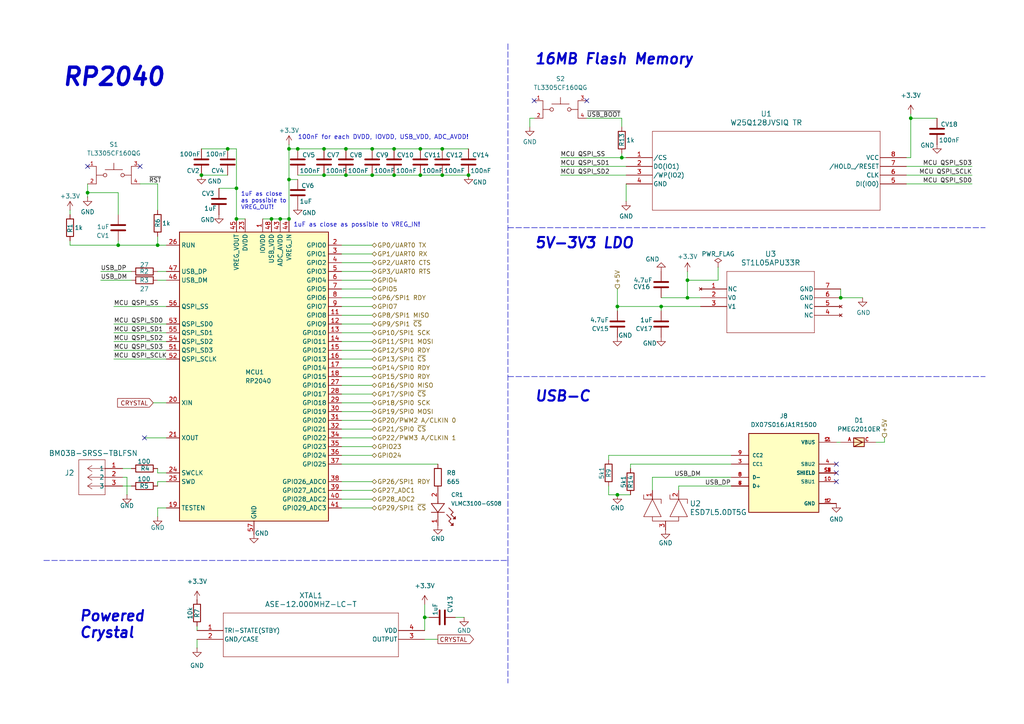
<source format=kicad_sch>
(kicad_sch (version 20231120) (generator "eeschema") (generator_version "8.0")
  (paper "A4")
  (title_block (title "RP2040 Standard") (company "Porto Space Team") (comment 1 "Miguel Amorim"))
  (lib_symbols
    (symbol "16MB_Flash:W25Q128JVSIQ_TR" (pin_names (offset 0.254))
      (property "Reference" "U" (at 40.64 12.7 0))
      (property "Value" "W25Q128JVSIQ TR" (at 40.64 10.16 0))
      (symbol "W25Q128JVSIQ_TR_0_1"
        (pin input line (at 0 0 0) (length 7.62) (name "/CS") (number "1"))
        (pin bidirectional line (at 0 -2.54 0) (length 7.62) (name "DO(IO1)") (number "2"))
        (pin bidirectional line (at 0 -5.08 0) (length 7.62) (name "/WP(IO2)") (number "3"))
        (pin passive line (at 0 -7.62 0) (length 7.62) (name "GND") (number "4"))
        (pin bidirectional line (at 81.28 -7.62 180) (length 7.62) (name "DI(IO0)") (number "5"))
        (pin input line (at 81.28 -5.08 180) (length 7.62) (name "CLK") (number "6"))
        (pin bidirectional line (at 81.28 -2.54 180) (length 7.62) (name "/HOLD_/RESET") (number "7"))
        (pin passive line (at 81.28 0 180) (length 7.62) (name "VCC") (number "8"))
      )
    )
    (symbol "AS12MHz:ASE-12.000MHZ-LC-T" (pin_names (offset 0.254))
      (property "Reference" "XTAL" (at 33.02 10.16 0))
      (property "Value" "ASE-12.000MHZ-LC-T" (at 33.02 7.62 0))
      (symbol "ASE-12.000MHZ-LC-T_0_1"
        (pin passive line (at 0 0 0) (length 7.62) (name "TRI-STATE(STBY)") (number "1"))
        (pin passive line (at 0 -2.54 0) (length 7.62) (name "GND/CASE") (number "2"))
        (pin output line (at 66.04 -2.54 180) (length 7.62) (name "OUTPUT") (number "3"))
        (pin power_in line (at 66.04 0 180) (length 7.62) (name "VDD") (number "4"))
      )
    )
    (symbol "DX07S016JA1R1500:DX07S016JA1R1500" (pin_names (offset 1.016))
      (property "Reference" "J" (at -10.16 11.43 0))
      (property "Value" "DX07S016JA1R1500" (at -10.16 -13.97 0))
      (symbol "DX07S016JA1R1500_0_0"
        (pin power_in line (at 15.24 -10.16 180) (length 5.08) (name "GND") (number "1"))
        (pin passive line (at 15.24 -3.81 180) (length 5.08) (name "SBU1") (number "10"))
        (pin passive line (at 15.24 7.62 180) (length 5.08) (name "VBUS") (number "11"))
        (pin power_in line (at 15.24 -10.16 180) (length 5.08) (name "GND") (number "12"))
        (pin passive line (at 15.24 7.62 180) (length 5.08) (name "VBUS") (number "2"))
        (pin passive line (at -15.24 1.27 0) (length 5.08) (name "CC1") (number "3"))
        (pin passive line (at 15.24 1.27 180) (length 5.08) (name "SBU2") (number "4"))
        (pin passive line (at -15.24 -2.54 0) (length 5.08) (name "D-") (number "5"))
        (pin passive line (at -15.24 -5.08 0) (length 5.08) (name "D+") (number "6"))
        (pin passive line (at -15.24 -5.08 0) (length 5.08) (name "D+") (number "7"))
        (pin passive line (at -15.24 -2.54 0) (length 5.08) (name "D-") (number "8"))
        (pin passive line (at -15.24 3.81 0) (length 5.08) (name "CC2") (number "9"))
        (pin passive line (at 15.24 -1.27 180) (length 5.08) (name "SHIELD") (number "S1"))
        (pin passive line (at 15.24 -1.27 180) (length 5.08) (name "SHIELD") (number "S2"))
        (pin passive line (at 15.24 -1.27 180) (length 5.08) (name "SHIELD") (number "S3"))
        (pin passive line (at 15.24 -1.27 180) (length 5.08) (name "SHIELD") (number "S4"))
        (pin passive line (at 15.24 -1.27 180) (length 5.08) (name "SHIELD") (number "S5"))
        (pin passive line (at 15.24 -1.27 180) (length 5.08) (name "SHIELD") (number "S6"))
      )
    )
    (symbol "Device:C" (pin_numbers hide) (pin_names (offset 0.254))
      (property "Reference" "C" (at 0.635 2.54 0))
      (property "Value" "C" (at 0.635 -2.54 0))
      (symbol "C_1_1"
        (pin passive line (at 0 3.81 270) (length 2.794) (name "~") (number "1"))
        (pin passive line (at 0 -3.81 90) (length 2.794) (name "~") (number "2"))
      )
    )
    (symbol "Device:R" (pin_numbers hide) (pin_names (offset 0))
      (property "Reference" "R" (at 2.032 0 90))
      (property "Value" "R" (at 0 0 90))
      (symbol "R_1_1"
        (pin passive line (at 0 3.81 270) (length 1.27) (name "~") (number "1"))
        (pin passive line (at 0 -3.81 90) (length 1.27) (name "~") (number "2"))
      )
    )
    (symbol "ESD7L5_Diode:ESD7L5.0DT5G" (pin_names (offset 0.254))
      (property "Reference" "U" (at 6.35 15.24 0))
      (property "Value" "ESD7L5.0DT5G" (at 6.35 12.7 0))
      (symbol "ESD7L5.0DT5G_1_1"
        (pin passive line (at 2.54 11.43 270) (length 2.54) (name "") (number "1"))
        (pin passive line (at 10.16 11.43 270) (length 2.54) (name "") (number "2"))
        (pin passive line (at 6.35 0 90) (length 2.54) (name "") (number "3"))
      )
    )
    (symbol "GreenLED__VLMC3100-GS08:VLMC3100-GS08" (pin_names (offset 0.254))
      (property "Reference" "CR" (at 5.08 -4.445 0))
      (property "Value" "VLMC3100-GS08" (at 5.08 -7.62 0))
      (symbol "VLMC3100-GS08_1_1"
        (pin passive line (at 10.16 0 180) (length 2.54) (name "") (number "1"))
        (pin passive line (at 0 0 0) (length 2.54) (name "") (number "2"))
      )
      (symbol "VLMC3100-GS08_1_2"
        (pin passive line (at 0 10.16 270) (length 2.54) (name "") (number "1"))
        (pin passive line (at 0 0 90) (length 2.54) (name "") (number "2"))
      )
    )
    (symbol "LDO_ST1L05A:ST1L05APU33R" (pin_names (offset 0.254))
      (property "Reference" "U" (at 20.32 10.16 0))
      (property "Value" "ST1L05APU33R" (at 20.32 7.62 0))
      (symbol "ST1L05APU33R_0_1"
        (pin no_connect line (at 0 0 0) (length 7.62) (name "NC") (number "1"))
        (pin passive line (at 0 -2.54 0) (length 7.62) (name "V0") (number "2"))
        (pin passive line (at 0 -5.08 0) (length 7.62) (name "V1") (number "3"))
        (pin no_connect line (at 40.64 -7.62 180) (length 7.62) (name "NC") (number "4"))
        (pin no_connect line (at 40.64 -5.08 180) (length 7.62) (name "NC") (number "5"))
        (pin passive line (at 40.64 -2.54 180) (length 7.62) (name "GND") (number "6"))
        (pin passive line (at 40.64 0 180) (length 7.62) (name "GND") (number "7"))
      )
    )
    (symbol "MCU_RaspberryPi:RP2040"
      (property "Reference" "U" (at 17.78 45.72 0))
      (property "Value" "RP2040" (at 17.78 43.18 0))
      (symbol "RP2040_1_1"
        (pin power_in line (at 2.54 45.72 270) (length 3.81) (name "IOVDD") (number "1"))
        (pin passive line (at 2.54 45.72 270) (length 3.81) hide (name "IOVDD") (number "10"))
        (pin bidirectional line (at 25.4 17.78 180) (length 3.81) (name "GPIO8") (number "11"))
        (pin bidirectional line (at 25.4 15.24 180) (length 3.81) (name "GPIO9") (number "12"))
        (pin bidirectional line (at 25.4 12.7 180) (length 3.81) (name "GPIO10") (number "13"))
        (pin bidirectional line (at 25.4 10.16 180) (length 3.81) (name "GPIO11") (number "14"))
        (pin bidirectional line (at 25.4 7.62 180) (length 3.81) (name "GPIO12") (number "15"))
        (pin bidirectional line (at 25.4 5.08 180) (length 3.81) (name "GPIO13") (number "16"))
        (pin bidirectional line (at 25.4 2.54 180) (length 3.81) (name "GPIO14") (number "17"))
        (pin bidirectional line (at 25.4 0 180) (length 3.81) (name "GPIO15") (number "18"))
        (pin input line (at -25.4 -38.1 0) (length 3.81) (name "TESTEN") (number "19"))
        (pin bidirectional line (at 25.4 38.1 180) (length 3.81) (name "GPIO0") (number "2"))
        (pin input line (at -25.4 -7.62 0) (length 3.81) (name "XIN") (number "20"))
        (pin passive line (at -25.4 -17.78 0) (length 3.81) (name "XOUT") (number "21"))
        (pin passive line (at 2.54 45.72 270) (length 3.81) hide (name "IOVDD") (number "22"))
        (pin power_in line (at -2.54 45.72 270) (length 3.81) (name "DVDD") (number "23"))
        (pin input line (at -25.4 -27.94 0) (length 3.81) (name "SWCLK") (number "24"))
        (pin bidirectional line (at -25.4 -30.48 0) (length 3.81) (name "SWD") (number "25"))
        (pin input line (at -25.4 38.1 0) (length 3.81) (name "RUN") (number "26"))
        (pin bidirectional line (at 25.4 -2.54 180) (length 3.81) (name "GPIO16") (number "27"))
        (pin bidirectional line (at 25.4 -5.08 180) (length 3.81) (name "GPIO17") (number "28"))
        (pin bidirectional line (at 25.4 -7.62 180) (length 3.81) (name "GPIO18") (number "29"))
        (pin bidirectional line (at 25.4 35.56 180) (length 3.81) (name "GPIO1") (number "3"))
        (pin bidirectional line (at 25.4 -10.16 180) (length 3.81) (name "GPIO19") (number "30"))
        (pin bidirectional line (at 25.4 -12.7 180) (length 3.81) (name "GPIO20") (number "31"))
        (pin bidirectional line (at 25.4 -15.24 180) (length 3.81) (name "GPIO21") (number "32"))
        (pin passive line (at 2.54 45.72 270) (length 3.81) hide (name "IOVDD") (number "33"))
        (pin bidirectional line (at 25.4 -17.78 180) (length 3.81) (name "GPIO22") (number "34"))
        (pin bidirectional line (at 25.4 -20.32 180) (length 3.81) (name "GPIO23") (number "35"))
        (pin bidirectional line (at 25.4 -22.86 180) (length 3.81) (name "GPIO24") (number "36"))
        (pin bidirectional line (at 25.4 -25.4 180) (length 3.81) (name "GPIO25") (number "37"))
        (pin bidirectional line (at 25.4 -30.48 180) (length 3.81) (name "GPIO26_ADC0") (number "38"))
        (pin bidirectional line (at 25.4 -33.02 180) (length 3.81) (name "GPIO27_ADC1") (number "39"))
        (pin bidirectional line (at 25.4 33.02 180) (length 3.81) (name "GPIO2") (number "4"))
        (pin bidirectional line (at 25.4 -35.56 180) (length 3.81) (name "GPIO28_ADC2") (number "40"))
        (pin bidirectional line (at 25.4 -38.1 180) (length 3.81) (name "GPIO29_ADC3") (number "41"))
        (pin passive line (at 2.54 45.72 270) (length 3.81) hide (name "IOVDD") (number "42"))
        (pin power_in line (at 7.62 45.72 270) (length 3.81) (name "ADC_AVDD") (number "43"))
        (pin power_in line (at 10.16 45.72 270) (length 3.81) (name "VREG_IN") (number "44"))
        (pin power_out line (at -5.08 45.72 270) (length 3.81) (name "VREG_VOUT") (number "45"))
        (pin bidirectional line (at -25.4 27.94 0) (length 3.81) (name "USB_DM") (number "46"))
        (pin bidirectional line (at -25.4 30.48 0) (length 3.81) (name "USB_DP") (number "47"))
        (pin power_in line (at 5.08 45.72 270) (length 3.81) (name "USB_VDD") (number "48"))
        (pin passive line (at 2.54 45.72 270) (length 3.81) hide (name "IOVDD") (number "49"))
        (pin bidirectional line (at 25.4 30.48 180) (length 3.81) (name "GPIO3") (number "5"))
        (pin passive line (at -2.54 45.72 270) (length 3.81) hide (name "DVDD") (number "50"))
        (pin bidirectional line (at -25.4 7.62 0) (length 3.81) (name "QSPI_SD3") (number "51"))
        (pin output line (at -25.4 5.08 0) (length 3.81) (name "QSPI_SCLK") (number "52"))
        (pin bidirectional line (at -25.4 15.24 0) (length 3.81) (name "QSPI_SD0") (number "53"))
        (pin bidirectional line (at -25.4 10.16 0) (length 3.81) (name "QSPI_SD2") (number "54"))
        (pin bidirectional line (at -25.4 12.7 0) (length 3.81) (name "QSPI_SD1") (number "55"))
        (pin bidirectional line (at -25.4 20.32 0) (length 3.81) (name "QSPI_SS") (number "56"))
        (pin power_in line (at 0 -45.72 90) (length 3.81) (name "GND") (number "57"))
        (pin bidirectional line (at 25.4 27.94 180) (length 3.81) (name "GPIO4") (number "6"))
        (pin bidirectional line (at 25.4 25.4 180) (length 3.81) (name "GPIO5") (number "7"))
        (pin bidirectional line (at 25.4 22.86 180) (length 3.81) (name "GPIO6") (number "8"))
        (pin bidirectional line (at 25.4 20.32 180) (length 3.81) (name "GPIO7") (number "9"))
      )
    )
    (symbol "PMEG2010ER:PMEG2010ER" (pin_names (offset 1.016))
      (property "Reference" "D" (at -3.8116 1.7534 0))
      (property "Value" "PMEG2010ER" (at -3.816 -3.5871 0))
      (symbol "PMEG2010ER_0_0"
        (pin passive line (at -5.08 0 0) (length 5.08) (name "~") (number "A"))
        (pin passive line (at 5.08 0 180) (length 5.08) (name "~") (number "C"))
      )
    )
    (symbol "SWD_Con:BM03B-SRSS-TBLFSN" (pin_names (offset 0.254))
      (property "Reference" "J" (at 8.89 6.35 0))
      (property "Value" "BM03B-SRSS-TBLFSN" (at 0 0 0))
      (symbol "BM03B-SRSS-TBLFSN_1_1"
        (pin passive line (at 0 0 0) (length 5.08) (name "1") (number "1"))
        (pin passive line (at 0 -2.54 0) (length 5.08) (name "2") (number "2"))
        (pin passive line (at 0 -5.08 0) (length 5.08) (name "3") (number "3"))
      )
      (symbol "BM03B-SRSS-TBLFSN_1_2"
        (pin passive line (at 0 0 0) (length 5.08) (name "1") (number "1"))
        (pin passive line (at 0 -2.54 0) (length 5.08) (name "2") (number "2"))
        (pin passive line (at 0 -5.08 0) (length 5.08) (name "3") (number "3"))
      )
    )
    (symbol "TL3305CF160QG:TL3305CF160QG" (pin_names (offset 1.016))
      (property "Reference" "S" (at -5.08 5.08 0))
      (property "Value" "TL3305CF160QG" (at -5.08 -5.08 0))
      (symbol "TL3305CF160QG_0_0"
        (pin passive line (at -7.62 2.54 0) (length 2.54) (name "~") (number "1"))
        (pin passive line (at -7.62 -2.54 0) (length 2.54) (name "~") (number "2"))
        (pin passive line (at 7.62 2.54 180) (length 2.54) (name "~") (number "3"))
        (pin passive line (at 7.62 -2.54 180) (length 2.54) (name "~") (number "4"))
      )
    )
    (symbol "power:+3.3V" (power) (pin_numbers hide) (pin_names (offset 0) hide)
      (property "Value" "+3.3V" (at 0 3.556 0))
      (symbol "+3.3V_1_1"
        (pin power_in line (at 0 0 90) (length 0) (name "~") (number "1"))
      )
    )
    (symbol "power:GND" (power) (pin_numbers hide) (pin_names (offset 0) hide)
      (property "Value" "GND" (at 0 -3.81 0))
      (symbol "GND_1_1"
        (pin power_in line (at 0 0 270) (length 0) (name "~") (number "1"))
      )
    )
    (symbol "power:PWR_FLAG" (power) (pin_numbers hide) (pin_names (offset 0) hide)
      (property "Value" "PWR_FLAG" (at 0 3.81 0))
      (symbol "PWR_FLAG_0_0"
        (pin power_out line (at 0 0 90) (length 0) (name "~") (number "1"))
      )
    )
  )
  (junction (at 34.29 71.12))
  (junction (at 107.95 50.8))
  (junction (at 123.19 179.07))
  (junction (at 78.74 63.5))
  (junction (at 114.3 50.8))
  (junction (at 135.89 50.8))
  (junction (at 100.33 43.18))
  (junction (at 58.42 50.8))
  (junction (at 81.28 63.5))
  (junction (at 107.95 43.18))
  (junction (at 93.98 50.8))
  (junction (at 93.98 43.18))
  (junction (at 66.04 43.18))
  (junction (at 121.92 43.18))
  (junction (at 128.27 50.8))
  (junction (at 243.84 86.36))
  (junction (at 121.92 50.8))
  (junction (at 180.34 45.72))
  (junction (at 100.33 50.8))
  (junction (at 264.16 34.29))
  (junction (at 83.82 43.18))
  (junction (at 199.39 86.36))
  (junction (at 83.82 63.5))
  (junction (at 191.77 88.9))
  (junction (at 179.07 143.51))
  (junction (at 199.39 81.28))
  (junction (at 68.58 54.61))
  (junction (at 128.27 43.18))
  (junction (at 68.58 63.5))
  (junction (at 45.72 71.12))
  (junction (at 86.36 43.18))
  (junction (at 179.07 88.9))
  (junction (at 114.3 43.18))
  (junction (at 25.4 55.88))
  (junction (at 83.82 52.07))
  (no_connect (at 242.57 137.16))
  (no_connect (at 242.57 139.7))
  (no_connect (at 25.4 48.26))
  (no_connect (at 41.91 127))
  (no_connect (at 242.57 134.62))
  (no_connect (at 154.94 29.21))
  (no_connect (at 170.18 29.21))
  (no_connect (at 40.64 48.26))
  (wire (pts (xy 99.06 119.38) (xy 107.95 119.38)))
  (wire (pts (xy 93.98 43.18) (xy 86.36 43.18)))
  (wire (pts (xy 242.57 128.27) (xy 243.84 128.27)))
  (wire (pts (xy 33.02 88.9) (xy 48.26 88.9)))
  (wire (pts (xy 99.06 121.92) (xy 107.95 121.92)))
  (wire (pts (xy 83.82 52.07) (xy 83.82 63.5)))
  (wire (pts (xy 33.02 93.98) (xy 48.26 93.98)))
  (polyline (pts (xy 147.32 12.7) (xy 147.32 162.56)) (stroke (width 0) (type dash)))
  (wire (pts (xy 45.72 139.7) (xy 48.26 139.7)))
  (wire (pts (xy 99.06 139.7) (xy 107.95 139.7)))
  (wire (pts (xy 107.95 50.8) (xy 114.3 50.8)))
  (wire (pts (xy 68.58 54.61) (xy 68.58 43.18)))
  (wire (pts (xy 181.61 48.26) (xy 162.56 48.26)))
  (wire (pts (xy 45.72 68.58) (xy 45.72 71.12)))
  (wire (pts (xy 180.34 36.83) (xy 180.34 34.29)))
  (wire (pts (xy 123.19 179.07) (xy 124.46 179.07)))
  (wire (pts (xy 99.06 106.68) (xy 107.95 106.68)))
  (wire (pts (xy 29.21 81.28) (xy 38.1 81.28)))
  (wire (pts (xy 78.74 63.5) (xy 81.28 63.5)))
  (wire (pts (xy 36.83 138.43) (xy 36.83 143.51)))
  (wire (pts (xy 83.82 52.07) (xy 86.36 52.07)))
  (wire (pts (xy 121.92 43.18) (xy 114.3 43.18)))
  (wire (pts (xy 264.16 34.29) (xy 271.78 34.29)))
  (wire (pts (xy 99.06 127) (xy 107.95 127)))
  (wire (pts (xy 179.07 143.51) (xy 176.53 143.51)))
  (wire (pts (xy 34.29 55.88) (xy 34.29 62.23)))
  (wire (pts (xy 153.67 34.29) (xy 153.67 36.83)))
  (polyline (pts (xy 12.7 162.56) (xy 147.32 162.56)) (stroke (width 0) (type dash)))
  (wire (pts (xy 189.23 138.43) (xy 212.09 138.43)))
  (wire (pts (xy 182.88 143.51) (xy 179.07 143.51)))
  (wire (pts (xy 83.82 43.18) (xy 83.82 52.07)))
  (wire (pts (xy 25.4 55.88) (xy 25.4 57.15)))
  (wire (pts (xy 199.39 81.28) (xy 199.39 86.36)))
  (wire (pts (xy 99.06 88.9) (xy 107.95 88.9)))
  (wire (pts (xy 256.54 128.27) (xy 254 128.27)))
  (wire (pts (xy 100.33 50.8) (xy 107.95 50.8)))
  (wire (pts (xy 176.53 132.08) (xy 212.09 132.08)))
  (wire (pts (xy 99.06 109.22) (xy 107.95 109.22)))
  (wire (pts (xy 208.28 81.28) (xy 208.28 77.47)))
  (wire (pts (xy 99.06 73.66) (xy 107.95 73.66)))
  (wire (pts (xy 99.06 78.74) (xy 107.95 78.74)))
  (wire (pts (xy 264.16 45.72) (xy 264.16 34.29)))
  (wire (pts (xy 57.15 181.61) (xy 57.15 182.88)))
  (wire (pts (xy 34.29 71.12) (xy 34.29 69.85)))
  (wire (pts (xy 35.56 138.43) (xy 36.83 138.43)))
  (wire (pts (xy 20.32 71.12) (xy 20.32 69.85)))
  (wire (pts (xy 199.39 81.28) (xy 208.28 81.28)))
  (wire (pts (xy 123.19 179.07) (xy 123.19 182.88)))
  (wire (pts (xy 58.42 50.8) (xy 66.04 50.8)))
  (wire (pts (xy 35.56 140.97) (xy 38.1 140.97)))
  (wire (pts (xy 99.06 99.06) (xy 107.95 99.06)))
  (wire (pts (xy 35.56 135.89) (xy 38.1 135.89)))
  (wire (pts (xy 99.06 76.2) (xy 107.95 76.2)))
  (wire (pts (xy 99.06 71.12) (xy 107.95 71.12)))
  (wire (pts (xy 99.06 132.08) (xy 107.95 132.08)))
  (wire (pts (xy 181.61 50.8) (xy 162.56 50.8)))
  (wire (pts (xy 128.27 43.18) (xy 135.89 43.18)))
  (wire (pts (xy 99.06 101.6) (xy 107.95 101.6)))
  (wire (pts (xy 243.84 83.82) (xy 243.84 86.36)))
  (wire (pts (xy 196.85 140.97) (xy 212.09 140.97)))
  (wire (pts (xy 191.77 88.9) (xy 203.2 88.9)))
  (wire (pts (xy 99.06 116.84) (xy 107.95 116.84)))
  (wire (pts (xy 199.39 78.74) (xy 199.39 81.28)))
  (wire (pts (xy 58.42 43.18) (xy 66.04 43.18)))
  (wire (pts (xy 180.34 45.72) (xy 181.61 45.72)))
  (wire (pts (xy 68.58 54.61) (xy 68.58 63.5)))
  (wire (pts (xy 189.23 138.43) (xy 189.23 142.24)))
  (wire (pts (xy 20.32 60.96) (xy 20.32 62.23)))
  (wire (pts (xy 256.54 127) (xy 256.54 128.27)))
  (wire (pts (xy 262.89 45.72) (xy 264.16 45.72)))
  (wire (pts (xy 45.72 147.32) (xy 48.26 147.32)))
  (wire (pts (xy 180.34 44.45) (xy 180.34 45.72)))
  (wire (pts (xy 199.39 86.36) (xy 203.2 86.36)))
  (wire (pts (xy 154.94 34.29) (xy 153.67 34.29)))
  (wire (pts (xy 29.21 78.74) (xy 38.1 78.74)))
  (wire (pts (xy 93.98 50.8) (xy 100.33 50.8)))
  (wire (pts (xy 182.88 134.62) (xy 182.88 135.89)))
  (wire (pts (xy 114.3 43.18) (xy 107.95 43.18)))
  (wire (pts (xy 44.45 116.84) (xy 48.26 116.84)))
  (wire (pts (xy 196.85 140.97) (xy 196.85 142.24)))
  (wire (pts (xy 262.89 53.34) (xy 281.94 53.34)))
  (wire (pts (xy 99.06 104.14) (xy 107.95 104.14)))
  (wire (pts (xy 45.72 81.28) (xy 48.26 81.28)))
  (wire (pts (xy 83.82 41.91) (xy 83.82 43.18)))
  (polyline (pts (xy 147.32 162.56) (xy 147.32 198.12)) (stroke (width 0) (type dash)))
  (wire (pts (xy 99.06 114.3) (xy 107.95 114.3)))
  (wire (pts (xy 176.53 143.51) (xy 176.53 140.97)))
  (wire (pts (xy 180.34 34.29) (xy 170.18 34.29)))
  (wire (pts (xy 45.72 140.97) (xy 45.72 139.7)))
  (wire (pts (xy 99.06 91.44) (xy 107.95 91.44)))
  (wire (pts (xy 121.92 50.8) (xy 128.27 50.8)))
  (wire (pts (xy 179.07 88.9) (xy 179.07 90.17)))
  (wire (pts (xy 45.72 137.16) (xy 45.72 135.89)))
  (wire (pts (xy 191.77 86.36) (xy 199.39 86.36)))
  (wire (pts (xy 176.53 133.35) (xy 176.53 132.08)))
  (wire (pts (xy 99.06 124.46) (xy 107.95 124.46)))
  (wire (pts (xy 45.72 149.86) (xy 45.72 147.32)))
  (wire (pts (xy 41.91 127) (xy 48.26 127)))
  (wire (pts (xy 33.02 104.14) (xy 48.26 104.14)))
  (wire (pts (xy 99.06 93.98) (xy 107.95 93.98)))
  (wire (pts (xy 181.61 53.34) (xy 181.61 58.42)))
  (wire (pts (xy 45.72 78.74) (xy 48.26 78.74)))
  (wire (pts (xy 99.06 142.24) (xy 107.95 142.24)))
  (wire (pts (xy 63.5 54.61) (xy 68.58 54.61)))
  (wire (pts (xy 99.06 96.52) (xy 107.95 96.52)))
  (wire (pts (xy 33.02 96.52) (xy 48.26 96.52)))
  (wire (pts (xy 107.95 43.18) (xy 100.33 43.18)))
  (wire (pts (xy 86.36 50.8) (xy 93.98 50.8)))
  (wire (pts (xy 99.06 111.76) (xy 107.95 111.76)))
  (wire (pts (xy 264.16 34.29) (xy 264.16 33.02)))
  (polyline (pts (xy 147.32 109.22) (xy 285.75 109.22)) (stroke (width 0) (type dash)))
  (wire (pts (xy 34.29 71.12) (xy 45.72 71.12)))
  (wire (pts (xy 262.89 50.8) (xy 281.94 50.8)))
  (wire (pts (xy 99.06 144.78) (xy 107.95 144.78)))
  (wire (pts (xy 132.08 179.07) (xy 134.62 179.07)))
  (wire (pts (xy 45.72 137.16) (xy 48.26 137.16)))
  (wire (pts (xy 45.72 53.34) (xy 45.72 60.96)))
  (wire (pts (xy 81.28 63.5) (xy 83.82 63.5)))
  (wire (pts (xy 128.27 43.18) (xy 121.92 43.18)))
  (wire (pts (xy 179.07 88.9) (xy 191.77 88.9)))
  (wire (pts (xy 33.02 101.6) (xy 48.26 101.6)))
  (wire (pts (xy 191.77 90.17) (xy 191.77 88.9)))
  (wire (pts (xy 162.56 45.72) (xy 180.34 45.72)))
  (wire (pts (xy 99.06 81.28) (xy 107.95 81.28)))
  (wire (pts (xy 45.72 71.12) (xy 48.26 71.12)))
  (wire (pts (xy 86.36 43.18) (xy 83.82 43.18)))
  (polyline (pts (xy 147.32 66.04) (xy 285.75 66.04)) (stroke (width 0) (type dash)))
  (wire (pts (xy 123.19 185.42) (xy 127 185.42)))
  (wire (pts (xy 262.89 48.26) (xy 281.94 48.26)))
  (wire (pts (xy 25.4 53.34) (xy 25.4 55.88)))
  (wire (pts (xy 99.06 86.36) (xy 107.95 86.36)))
  (wire (pts (xy 40.64 53.34) (xy 45.72 53.34)))
  (wire (pts (xy 99.06 134.62) (xy 127 134.62)))
  (wire (pts (xy 100.33 43.18) (xy 93.98 43.18)))
  (wire (pts (xy 212.09 134.62) (xy 182.88 134.62)))
  (wire (pts (xy 99.06 129.54) (xy 107.95 129.54)))
  (wire (pts (xy 99.06 147.32) (xy 107.95 147.32)))
  (wire (pts (xy 57.15 185.42) (xy 57.15 187.96)))
  (wire (pts (xy 243.84 86.36) (xy 250.19 86.36)))
  (wire (pts (xy 34.29 71.12) (xy 20.32 71.12)))
  (wire (pts (xy 99.06 83.82) (xy 107.95 83.82)))
  (wire (pts (xy 68.58 63.5) (xy 71.12 63.5)))
  (wire (pts (xy 114.3 50.8) (xy 121.92 50.8)))
  (wire (pts (xy 34.29 55.88) (xy 25.4 55.88)))
  (wire (pts (xy 33.02 99.06) (xy 48.26 99.06)))
  (wire (pts (xy 76.2 63.5) (xy 78.74 63.5)))
  (wire (pts (xy 128.27 50.8) (xy 135.89 50.8)))
  (wire (pts (xy 179.07 83.82) (xy 179.07 88.9)))
  (wire (pts (xy 123.19 175.26) (xy 123.19 179.07)))
  (wire (pts (xy 68.58 43.18) (xy 66.04 43.18)))
  (text "1uF as close \nas possible to \nVREG_OUT!" (at 69.85 60.96 0) (effects (font (size 1.2 1.2)) (justify left bottom)))
  (text "Powered\nCrystal" (at 22.86 185.42 0) (effects (font (size 3 3) (bold yes) (italic yes)) (justify left bottom)))
  (text "RP2040" (at 17.78 25.4 0) (effects (font (size 5 5) (thickness 1) (bold yes) (italic yes)) (justify left bottom)))
  (text "5V-3V3 LDO" (at 154.94 72.39 0) (effects (font (size 3 3) (bold yes) (italic yes)) (justify left bottom)))
  (text "16MB Flash Memory" (at 154.94 19.05 0) (effects (font (size 3 3) (bold yes) (italic yes)) (justify left bottom)))
  (text "1uF as close as possible to VREG_IN!" (at 85.09 66.04 0) (effects (font (size 1.27 1.27)) (justify left bottom)))
  (text "USB-C" (at 154.94 116.84 0) (effects (font (size 3 3) (bold yes) (italic yes)) (justify left bottom)))
  (text "100nF for each DVDD, IOVDD, USB_VDD, ADC_AVDD!" (at 86.36 40.64 0) (effects (font (size 1.27 1.27)) (justify left bottom)))
  (label "MCU QSPI_SD0" (at 281.94 53.34 180))
  (label "MCU QSPI_SD1" (at 162.56 48.26 0))
  (label "USB_DM" (at 195.58 138.43 0))
  (label "MCU QSPI_SS" (at 162.56 45.72 0))
  (label "MCU QSPI_SD2" (at 162.56 50.8 0))
  (label "MCU QSPI_SS" (at 33.02 88.9 0))
  (label "~{USB_BOOT}" (at 170.18 34.29 0))
  (label "MCU QSPI_SD3" (at 33.02 101.6 0))
  (label "MCU QSPI_SD3" (at 281.94 48.26 180))
  (label "USB_DP" (at 29.21 78.74 0))
  (label "USB_DP" (at 204.47 140.97 0))
  (label "MCU QSPI_SCLK" (at 33.02 104.14 0))
  (label "~{RST}" (at 43.18 53.34 0))
  (label "MCU QSPI_SD1" (at 33.02 96.52 0))
  (label "MCU QSPI_SD2" (at 33.02 99.06 0))
  (label "MCU QSPI_SD0" (at 33.02 93.98 0))
  (label "MCU QSPI_SCLK" (at 281.94 50.8 180))
  (label "USB_DM" (at 29.21 81.28 0))
  (global_label "CRYSTAL" (shape output) (at 127 185.42 0) (property "Intersheetrefs" "${INTERSHEET_REFS}" (effects (hide yes))))
  (global_label "CRYSTAL" (shape input) (at 44.45 116.84 180) (property "Intersheetrefs" "${INTERSHEET_REFS}" (effects (hide yes))))
  (hierarchical_label "GP10{slash}SPI1 SCK" (shape bidirectional) (at 107.95 96.52 0))
  (hierarchical_label "GP28_ADC2" (shape bidirectional) (at 107.95 144.78 0))
  (hierarchical_label "GP14{slash}SPI0 RDY" (shape bidirectional) (at 107.95 106.68 0))
  (hierarchical_label "GP3{slash}UART0 RTS" (shape bidirectional) (at 107.95 78.74 0))
  (hierarchical_label "GP18{slash}SPI0 SCK" (shape bidirectional) (at 107.95 116.84 0))
  (hierarchical_label "GP29{slash}SPI1 ~{CS}" (shape bidirectional) (at 107.95 147.32 0))
  (hierarchical_label "GP1{slash}UART0 RX" (shape bidirectional) (at 107.95 73.66 0))
  (hierarchical_label "GP21{slash}SPI0 ~{CS}" (shape bidirectional) (at 107.95 124.46 0))
  (hierarchical_label "GP15{slash}SPI0 RDY" (shape bidirectional) (at 107.95 109.22 0))
  (hierarchical_label "GP22{slash}PWM3 A{slash}CLKIN 1" (shape bidirectional) (at 107.95 127 0))
  (hierarchical_label "GP19{slash}SPI0 MOSI" (shape bidirectional) (at 107.95 119.38 0))
  (hierarchical_label "GP17{slash}SPI0 ~{CS}" (shape bidirectional) (at 107.95 114.3 0))
  (hierarchical_label "+5V" (shape input) (at 179.07 83.82 90))
  (hierarchical_label "GPIO4" (shape bidirectional) (at 107.95 81.28 0))
  (hierarchical_label "GPIO5" (shape bidirectional) (at 107.95 83.82 0))
  (hierarchical_label "+5V" (shape input) (at 256.54 127 90))
  (hierarchical_label "GPIO7" (shape bidirectional) (at 107.95 88.9 0))
  (hierarchical_label "GP6{slash}SPI1 RDY" (shape bidirectional) (at 107.95 86.36 0))
  (hierarchical_label "GP20{slash}PWM2 A{slash}CLKIN 0" (shape bidirectional) (at 107.95 121.92 0))
  (hierarchical_label "GP9{slash}SPI1 ~{CS}" (shape bidirectional) (at 107.95 93.98 0))
  (hierarchical_label "GP26{slash}SPI1 RDY" (shape bidirectional) (at 107.95 139.7 0))
  (hierarchical_label "GP2{slash}UART0 CTS" (shape bidirectional) (at 107.95 76.2 0))
  (hierarchical_label "GP8{slash}SPI1 MISO" (shape bidirectional) (at 107.95 91.44 0))
  (hierarchical_label "GP0{slash}UART0 TX" (shape bidirectional) (at 107.95 71.12 0))
  (hierarchical_label "GP13{slash}SPI1 ~{CS}" (shape bidirectional) (at 107.95 104.14 0))
  (hierarchical_label "GP11{slash}SPI1 MOSI" (shape bidirectional) (at 107.95 99.06 0))
  (hierarchical_label "GPIO23" (shape bidirectional) (at 107.95 129.54 0))
  (hierarchical_label "GP12{slash}SPI0 RDY" (shape bidirectional) (at 107.95 101.6 0))
  (hierarchical_label "GP27_ADC1" (shape bidirectional) (at 107.95 142.24 0))
  (hierarchical_label "GPIO24" (shape bidirectional) (at 107.95 132.08 0))
  (hierarchical_label "GP16{slash}SPI0 MISO" (shape bidirectional) (at 107.95 111.76 0))
  (symbol (lib_id "AS12MHz:ASE-12.000MHZ-LC-T") (at 57.15 182.88 0) (unit 1)
    (property "Reference" "XTAL1" (at 90.17 172.72 0) (effects (font (size 1.524 1.524))))
    (property "Value" "ASE-12.000MHZ-LC-T" (at 90.17 175.26 0) (effects (font (size 1.524 1.524))))
    (property "Footprint" "AS12MHz:ASE-3.2X2.5_ABR" (effects (hide yes)))
    (property "Datasheet" "ASE-12.000MHZ-LC-T" (effects (hide yes)))
  )
  (symbol (lib_id "power:GND") (at 191.77 78.74 0) (mirror x) (unit 1)
    (property "Reference" "#PWR022" (effects (hide yes)))
    (property "Value" "GND" (at 189.23 75.184 0))
    (property "Description" "Power symbol creates a global label with name \"GND\" , ground" (effects (hide yes)))
  )
  (symbol (lib_id "ESD7L5_Diode:ESD7L5.0DT5G") (at 186.69 153.67 0) (unit 1)
    (property "Reference" "U2" (at 200.025 146.0499 0) (effects (font (size 1.524 1.524)) (justify left)))
    (property "Value" "ESD7L5.0DT5G" (at 200.025 148.5899 0) (effects (font (size 1.524 1.524)) (justify left)))
    (property "Footprint" "ESD7L5-Diode:SOT-723_0P85X1P25_ONS" (effects (hide yes)))
    (property "Datasheet" "ESD7L5.0DT5G" (effects (hide yes)))
  )
  (symbol (lib_id "SWD_Con:BM03B-SRSS-TBLFSN") (at 35.56 135.89 0) (mirror y) (unit 1)
    (property "Reference" "J2" (at 21.59 137.1599 0) (effects (font (size 1.524 1.524)) (justify left)))
    (property "Value" "BM03B-SRSS-TBLFSN" (at 40.005 131.445 0) (effects (font (size 1.524 1.524)) (justify left)))
    (property "Footprint" "SWD_Con:CONN_BM03B-SRSS-TBLFSN_JST" (effects (hide yes)))
    (property "Datasheet" "BM03B-SRSS-TBLFSN" (effects (hide yes)))
  )
  (symbol (lib_id "Device:R") (at 180.34 40.64 0) (unit 1)
    (property "Reference" "R13" (at 180.34 42.545 90) (effects (justify left)))
    (property "Value" "1k" (at 181.61 40.64 0) (effects (justify left)))
    (property "Footprint" "Resistor-0402:RES_0402" (effects (hide yes)))
    (property "Description" "Resistor" (effects (hide yes)))
  )
  (symbol (lib_id "Device:R") (at 41.91 135.89 90) (mirror x) (unit 1)
    (property "Reference" "R4" (at 43.434 135.89 90) (effects (justify left)))
    (property "Value" "100" (at 43.688 133.858 90) (effects (justify left)))
    (property "Footprint" "Resistor-0402:RES_0402" (effects (hide yes)))
    (property "Description" "Resistor" (effects (hide yes)))
  )
  (symbol (lib_id "TL3305CF160QG:TL3305CF160QG") (at 33.02 50.8 0) (unit 1)
    (property "Reference" "S1" (at 33.02 41.91 0))
    (property "Value" "TL3305CF160QG" (at 33.02 44.45 0))
    (property "Footprint" "E-Switch_7mm:SW_TL3305CF160QG" (effects (hide yes)))
    (property "MF" "E-Switch" (effects (hide yes)))
    (property "MAXIMUM_PACKAGE_HEIGHT" "5 mm" (effects (hide yes)))
    (property "Package" "None" (effects (hide yes)))
    (property "Price" "None" (effects (hide yes)))
    (property "Check_prices" "https://www.snapeda.com/parts/TL3305CF160QG/E-Switch/view-part/?ref=eda" (effects (hide yes)))
    (property "STANDARD" "Manufacturer Recommendations" (effects (hide yes)))
    (property "PARTREV" "C" (effects (hide yes)))
    (property "SnapEDA_Link" "https://www.snapeda.com/parts/TL3305CF160QG/E-Switch/view-part/?ref=snap" (effects (hide yes)))
    (property "MP" "TL3305CF160QG" (effects (hide yes)))
    (property "Description_1" "\n                        \n                            SWITCH TACTILE SPST-NO 50MA 12V\n                        \n" (effects (hide yes)))
    (property "MANUFACTURER" "E-Switch" (effects (hide yes)))
    (property "Availability" "In Stock" (effects (hide yes)))
    (property "SNAPEDA_PN" "TL3305BF260QG" (effects (hide yes)))
  )
  (symbol (lib_id "power:GND") (at 134.62 179.07 0) (unit 1)
    (property "Reference" "#PWR016" (effects (hide yes)))
    (property "Value" "GND" (at 134.62 182.88 0))
    (property "Description" "Power symbol creates a global label with name \"GND\" , ground" (effects (hide yes)))
  )
  (symbol (lib_id "Device:C") (at 63.5 58.42 0) (unit 1)
    (property "Reference" "CV3" (at 58.42 56.134 0) (effects (justify left)))
    (property "Value" "1uF" (at 59.182 60.452 0) (effects (justify left)))
    (property "Footprint" "Capacitor-0402:Capacitor_0402" (effects (hide yes)))
    (property "Description" "Unpolarized capacitor" (effects (hide yes)))
  )
  (symbol (lib_id "Device:C") (at 66.04 46.99 180) (unit 1)
    (property "Reference" "CV4" (at 65.024 49.53 0) (effects (justify left)))
    (property "Value" "100nF" (at 65.786 44.704 0) (effects (justify left)))
    (property "Footprint" "Capacitor-0402:Capacitor_0402" (effects (hide yes)))
    (property "Description" "Unpolarized capacitor" (effects (hide yes)))
  )
  (symbol (lib_id "MCU_RaspberryPi:RP2040") (at 73.66 109.22 0) (unit 1)
    (property "Reference" "MCU1" (at 71.12 107.95 0) (effects (justify left)))
    (property "Value" "RP2040" (at 71.12 110.49 0) (effects (justify left)))
    (property "Footprint" "Package_DFN_QFN:QFN-56-1EP_7x7mm_P0.4mm_EP3.2x3.2mm" (effects (hide yes)))
    (property "Datasheet" "https://datasheets.raspberrypi.com/rp2040/rp2040-datasheet.pdf" (effects (hide yes)))
    (property "Description" "A microcontroller by Raspberry Pi" (effects (hide yes)))
  )
  (symbol (lib_id "power:PWR_FLAG") (at 208.28 77.47 0) (unit 1)
    (property "Reference" "#FLG02" (effects (hide yes)))
    (property "Value" "PWR_FLAG" (at 208.28 73.66 0))
    (property "Description" "Special symbol for telling ERC where power comes from" (effects (hide yes)))
  )
  (symbol (lib_id "Device:C") (at 128.27 179.07 90) (unit 1)
    (property "Reference" "CV13" (at 130.556 177.8 0) (effects (justify left)))
    (property "Value" "1uF" (at 126.238 178.562 0) (effects (justify left)))
    (property "Footprint" "Capacitor-0402:Capacitor_0402" (effects (hide yes)))
    (property "Description" "Unpolarized capacitor" (effects (hide yes)))
  )
  (symbol (lib_id "power:+3.3V") (at 83.82 41.91 0) (unit 1)
    (property "Reference" "#PWR012" (effects (hide yes)))
    (property "Value" "+3.3V" (at 83.82 37.846 0))
    (property "Description" "Power symbol creates a global label with name \"+3.3V\"" (effects (hide yes)))
  )
  (symbol (lib_id "power:+3.3V") (at 57.15 173.99 0) (unit 1)
    (property "Reference" "#PWR07" (effects (hide yes)))
    (property "Value" "+3.3V" (at 57.15 168.656 0))
    (property "Description" "Power symbol creates a global label with name \"+3.3V\"" (effects (hide yes)))
  )
  (symbol (lib_id "Device:C") (at 34.29 66.04 180) (unit 1)
    (property "Reference" "CV1" (at 31.75 68.326 0) (effects (justify left)))
    (property "Value" "1uF" (at 31.75 65.786 0) (effects (justify left)))
    (property "Footprint" "Capacitor-0402:Capacitor_0402" (effects (hide yes)))
    (property "Description" "Unpolarized capacitor" (effects (hide yes)))
  )
  (symbol (lib_id "power:GND") (at 191.77 97.79 0) (unit 1)
    (property "Reference" "#PWR023" (effects (hide yes)))
    (property "Value" "GND" (at 188.468 99.568 0))
    (property "Description" "Power symbol creates a global label with name \"GND\" , ground" (effects (hide yes)))
  )
  (symbol (lib_id "Device:R") (at 127 138.43 0) (unit 1)
    (property "Reference" "R8" (at 129.54 137.1599 0) (effects (justify left)))
    (property "Value" "665" (at 129.54 139.6999 0) (effects (justify left)))
    (property "Footprint" "Resistor-0402:RES_0402" (effects (hide yes)))
    (property "Description" "Resistor" (effects (hide yes)))
  )
  (symbol (lib_id "power:GND") (at 58.42 50.8 0) (unit 1)
    (property "Reference" "#PWR09" (effects (hide yes)))
    (property "Value" "GND" (at 62.23 52.578 0))
    (property "Description" "Power symbol creates a global label with name \"GND\" , ground" (effects (hide yes)))
  )
  (symbol (lib_id "power:+3.3V") (at 123.19 175.26 0) (unit 1)
    (property "Reference" "#PWR014" (effects (hide yes)))
    (property "Value" "+3.3V" (at 123.19 169.926 0))
    (property "Description" "Power symbol creates a global label with name \"+3.3V\"" (effects (hide yes)))
  )
  (symbol (lib_id "power:GND") (at 127 152.4 0) (unit 1)
    (property "Reference" "#PWR015" (effects (hide yes)))
    (property "Value" "GND" (at 127 156.21 0))
    (property "Description" "Power symbol creates a global label with name \"GND\" , ground" (effects (hide yes)))
  )
  (symbol (lib_id "16MB_Flash:W25Q128JVSIQ_TR") (at 181.61 45.72 0) (unit 1)
    (property "Reference" "U1" (at 222.25 33.02 0) (effects (font (size 1.524 1.524))))
    (property "Value" "W25Q128JVSIQ TR" (at 222.25 35.56 0) (effects (font (size 1.524 1.524))))
    (property "Footprint" "NOR Flash:SOIC_208MIL_WIN" (effects (hide yes)))
    (property "Datasheet" "W25Q128JVSIQ TR" (effects (hide yes)))
  )
  (symbol (lib_id "power:GND") (at 45.72 149.86 0) (unit 1)
    (property "Reference" "#PWR06" (effects (hide yes)))
    (property "Value" "GND" (at 45.72 153.035 0))
    (property "Description" "Power symbol creates a global label with name \"GND\" , ground" (effects (hide yes)))
  )
  (symbol (lib_id "power:GND") (at 25.4 57.15 0) (unit 1)
    (property "Reference" "#PWR04" (effects (hide yes)))
    (property "Value" "GND" (at 25.4 61.468 0))
    (property "Description" "Power symbol creates a global label with name \"GND\" , ground" (effects (hide yes)))
  )
  (symbol (lib_id "Device:C") (at 114.3 46.99 0) (unit 1)
    (property "Reference" "CV10" (at 115.062 44.958 0) (effects (justify left)))
    (property "Value" "100nF" (at 114.808 49.53 0) (effects (justify left)))
    (property "Footprint" "Capacitor-0402:Capacitor_0402" (effects (hide yes)))
    (property "Description" "Unpolarized capacitor" (effects (hide yes)))
  )
  (symbol (lib_id "Device:R") (at 176.53 137.16 0) (mirror x) (unit 1)
    (property "Reference" "R9" (at 176.53 135.89 90) (effects (justify left)))
    (property "Value" "5k1" (at 174.498 135.382 90) (effects (justify left)))
    (property "Footprint" "Resistor-0805:R_0805_5K1" (effects (hide yes)))
    (property "Description" "Resistor" (effects (hide yes)))
  )
  (symbol (lib_id "Device:C") (at 179.07 93.98 180) (unit 1)
    (property "Reference" "CV15" (at 176.6062 95.3516 0) (effects (justify left)))
    (property "Value" "4.7uF" (at 176.6062 92.8116 0) (effects (justify left)))
    (property "Footprint" "Capacitor-0402:Capacitor_0402" (effects (hide yes)))
    (property "Description" "Unpolarized capacitor" (effects (hide yes)))
  )
  (symbol (lib_id "Device:C") (at 86.36 55.88 0) (unit 1)
    (property "Reference" "CV6" (at 87.376 53.848 0) (effects (justify left)))
    (property "Value" "1uF" (at 86.868 58.42 0) (effects (justify left)))
    (property "Footprint" "Capacitor-0402:Capacitor_0402" (effects (hide yes)))
    (property "Description" "Unpolarized capacitor" (effects (hide yes)))
  )
  (symbol (lib_id "GreenLED__VLMC3100-GS08:VLMC3100-GS08") (at 127 142.24 270) (unit 1)
    (property "Reference" "CR1" (at 130.81 143.51 90) (effects (font (size 1.143 1.143)) (justify left)))
    (property "Value" "VLMC3100-GS08" (at 130.81 146.05 90) (effects (font (size 1.143 1.143)) (justify left)))
    (property "Footprint" "LED-Green_VLMC3100-GS08:LED_PLCC_VSMB" (effects (hide yes)))
    (property "Datasheet" "VLMC3100-GS08" (effects (hide yes)))
  )
  (symbol (lib_id "power:GND") (at 271.78 41.91 0) (unit 1)
    (property "Reference" "#PWR031" (effects (hide yes)))
    (property "Value" "GND" (at 268.986 42.164 0))
    (property "Description" "Power symbol creates a global label with name \"GND\" , ground" (effects (hide yes)))
  )
  (symbol (lib_id "Device:C") (at 100.33 46.99 0) (unit 1)
    (property "Reference" "CV8" (at 101.346 44.958 0) (effects (justify left)))
    (property "Value" "100nF" (at 100.838 49.53 0) (effects (justify left)))
    (property "Footprint" "Capacitor-0402:Capacitor_0402" (effects (hide yes)))
    (property "Description" "Unpolarized capacitor" (effects (hide yes)))
  )
  (symbol (lib_id "power:GND") (at 36.83 143.51 0) (unit 1)
    (property "Reference" "#PWR05" (effects (hide yes)))
    (property "Value" "GND" (at 36.83 146.685 0))
    (property "Description" "Power symbol creates a global label with name \"GND\" , ground" (effects (hide yes)))
  )
  (symbol (lib_id "Device:C") (at 107.95 46.99 0) (unit 1)
    (property "Reference" "CV9" (at 108.966 44.958 0) (effects (justify left)))
    (property "Value" "100nF" (at 108.458 49.53 0) (effects (justify left)))
    (property "Footprint" "Capacitor-0402:Capacitor_0402" (effects (hide yes)))
    (property "Description" "Unpolarized capacitor" (effects (hide yes)))
  )
  (symbol (lib_id "power:GND") (at 181.61 58.42 0) (unit 1)
    (property "Reference" "#PWR021" (effects (hide yes)))
    (property "Value" "GND" (at 181.61 62.738 0))
    (property "Description" "Power symbol creates a global label with name \"GND\" , ground" (effects (hide yes)))
  )
  (symbol (lib_id "Device:R") (at 41.91 78.74 90) (unit 1)
    (property "Reference" "R2" (at 43.18 78.74 90) (effects (justify left)))
    (property "Value" "27" (at 43.18 76.835 90) (effects (justify left)))
    (property "Footprint" "Resistor-0603:RES_R0603_27" (effects (hide yes)))
    (property "Description" "Resistor" (effects (hide yes)))
  )
  (symbol (lib_id "power:GND") (at 242.57 146.05 0) (mirror y) (unit 1)
    (property "Reference" "#PWR026" (effects (hide yes)))
    (property "Value" "GND" (at 242.57 150.622 0))
    (property "Description" "Power symbol creates a global label with name \"GND\" , ground" (effects (hide yes)))
  )
  (symbol (lib_id "Device:R") (at 41.91 140.97 90) (mirror x) (unit 1)
    (property "Reference" "R5" (at 43.18 140.97 90) (effects (justify left)))
    (property "Value" "100" (at 43.688 138.938 90) (effects (justify left)))
    (property "Footprint" "Resistor-0402:RES_0402" (effects (hide yes)))
    (property "Description" "Resistor" (effects (hide yes)))
  )
  (symbol (lib_id "Device:C") (at 271.78 38.1 0) (unit 1)
    (property "Reference" "CV18" (at 272.796 36.068 0) (effects (justify left)))
    (property "Value" "100nF" (at 272.288 40.64 0) (effects (justify left)))
    (property "Footprint" "Capacitor-0402:Capacitor_0402" (effects (hide yes)))
    (property "Description" "Unpolarized capacitor" (effects (hide yes)))
  )
  (symbol (lib_id "Device:C") (at 191.77 93.98 180) (unit 1)
    (property "Reference" "CV17" (at 189.3062 95.3516 0) (effects (justify left)))
    (property "Value" "1uF" (at 189.3062 92.8116 0) (effects (justify left)))
    (property "Footprint" "Capacitor-0402:Capacitor_0402" (effects (hide yes)))
    (property "Description" "Unpolarized capacitor" (effects (hide yes)))
  )
  (symbol (lib_id "power:GND") (at 193.04 153.67 0) (mirror y) (unit 1)
    (property "Reference" "#PWR024" (effects (hide yes)))
    (property "Value" "GND" (at 193.04 157.48 0))
    (property "Description" "Power symbol creates a global label with name \"GND\" , ground" (effects (hide yes)))
  )
  (symbol (lib_id "Device:C") (at 93.98 46.99 0) (unit 1)
    (property "Reference" "CV7" (at 94.742 44.958 0) (effects (justify left)))
    (property "Value" "100nF" (at 94.488 49.53 0) (effects (justify left)))
    (property "Footprint" "Capacitor-0402:Capacitor_0402" (effects (hide yes)))
    (property "Description" "Unpolarized capacitor" (effects (hide yes)))
  )
  (symbol (lib_id "LDO_ST1L05A:ST1L05APU33R") (at 203.2 83.82 0) (unit 1)
    (property "Reference" "U3" (at 223.52 73.66 0) (effects (font (size 1.524 1.524))))
    (property "Value" "ST1L05APU33R" (at 223.52 76.2 0) (effects (font (size 1.524 1.524))))
    (property "Footprint" "LDO ST1L05A:DFN_5APU33R_STM" (effects (hide yes)))
    (property "Datasheet" "ST1L05APU33R" (effects (hide yes)))
  )
  (symbol (lib_id "Device:R") (at 45.72 64.77 0) (unit 1)
    (property "Reference" "R6" (at 45.72 66.04 90) (effects (justify left)))
    (property "Value" "1k" (at 46.99 64.77 0) (effects (justify left)))
    (property "Footprint" "Resistor-0402:RES_0402" (effects (hide yes)))
    (property "Description" "Resistor" (effects (hide yes)))
  )
  (symbol (lib_id "power:+3.3V") (at 20.32 60.96 0) (unit 1)
    (property "Reference" "#PWR03" (effects (hide yes)))
    (property "Value" "+3.3V" (at 20.32 56.896 0))
    (property "Description" "Power symbol creates a global label with name \"+3.3V\"" (effects (hide yes)))
  )
  (symbol (lib_id "power:GND") (at 250.19 86.36 0) (unit 1)
    (property "Reference" "#PWR028" (effects (hide yes)))
    (property "Value" "GND" (at 250.444 90.678 0))
    (property "Description" "Power symbol creates a global label with name \"GND\" , ground" (effects (hide yes)))
  )
  (symbol (lib_id "Device:C") (at 121.92 46.99 0) (unit 1)
    (property "Reference" "CV11" (at 122.936 44.958 0) (effects (justify left)))
    (property "Value" "100nF" (at 122.428 49.53 0) (effects (justify left)))
    (property "Footprint" "Capacitor-0402:Capacitor_0402" (effects (hide yes)))
    (property "Description" "Unpolarized capacitor" (effects (hide yes)))
  )
  (symbol (lib_id "DX07S016JA1R1500:DX07S016JA1R1500") (at 227.33 135.89 0) (unit 1)
    (property "Reference" "J8" (at 227.33 120.65 0))
    (property "Value" "DX07S016JA1R1500" (at 227.33 123.19 0))
    (property "Footprint" "USBC-DX07S016JA1:JAE_DX07S016JA1R1500" (effects (hide yes)))
    (property "MF" "JAE Electronics" (effects (hide yes)))
    (property "MAXIMUM_PACKAGE_HEIGHT" "3.31 mm" (effects (hide yes)))
    (property "Package" "None" (effects (hide yes)))
    (property "Price" "None" (effects (hide yes)))
    (property "Check_prices" "https://www.snapeda.com/parts/DX07S016JA1R1500/JAE+Electronics/view-part/?ref=eda" (effects (hide yes)))
    (property "STANDARD" "Manufacturer Recommendations" (effects (hide yes)))
    (property "PARTREV" "1" (effects (hide yes)))
    (property "SnapEDA_Link" "https://www.snapeda.com/parts/DX07S016JA1R1500/JAE+Electronics/view-part/?ref=snap" (effects (hide yes)))
    (property "MP" "DX07S016JA1R1500" (effects (hide yes)))
    (property "Description_1" "\n                        \n                            USB-C (USB TYPE-C) USB 2.0 Receptacle Connector 24 (16+8 Dummy) Position Surface Mount, Right Angle; Through Hole\n                        \n" (effects (hide yes)))
    (property "Availability" "In Stock" (effects (hide yes)))
    (property "MANUFACTURER" "JAE Industry Ltd." (effects (hide yes)))
  )
  (symbol (lib_id "power:GND") (at 135.89 50.8 0) (unit 1)
    (property "Reference" "#PWR017" (effects (hide yes)))
    (property "Value" "GND" (at 139.192 52.832 0))
    (property "Description" "Power symbol creates a global label with name \"GND\" , ground" (effects (hide yes)))
  )
  (symbol (lib_id "Device:R") (at 20.32 66.04 0) (unit 1)
    (property "Reference" "R1" (at 20.32 67.564 90) (effects (justify left)))
    (property "Value" "1k" (at 21.59 66.04 0) (effects (justify left)))
    (property "Footprint" "Resistor-0402:RES_0402" (effects (hide yes)))
    (property "Description" "Resistor" (effects (hide yes)))
  )
  (symbol (lib_id "Device:C") (at 58.42 46.99 180) (unit 1)
    (property "Reference" "CV2" (at 57.912 49.53 0) (effects (justify left)))
    (property "Value" "100nF" (at 58.166 44.704 0) (effects (justify left)))
    (property "Footprint" "Capacitor-0402:Capacitor_0402" (effects (hide yes)))
    (property "Description" "Unpolarized capacitor" (effects (hide yes)))
  )
  (symbol (lib_id "Device:R") (at 57.15 177.8 0) (mirror x) (unit 1)
    (property "Reference" "R7" (at 57.15 176.53 90) (effects (justify left)))
    (property "Value" "10k" (at 55.118 176.022 90) (effects (justify left)))
    (property "Footprint" "Resistor-0402:RES_0402" (effects (hide yes)))
    (property "Description" "Resistor" (effects (hide yes)))
  )
  (symbol (lib_id "Device:C") (at 135.89 46.99 0) (unit 1)
    (property "Reference" "CV14" (at 136.906 44.958 0) (effects (justify left)))
    (property "Value" "100nF" (at 136.398 49.53 0) (effects (justify left)))
    (property "Footprint" "Capacitor-0402:Capacitor_0402" (effects (hide yes)))
    (property "Description" "Unpolarized capacitor" (effects (hide yes)))
  )
  (symbol (lib_id "PMEG2010ER:PMEG2010ER") (at 248.92 128.27 0) (unit 1)
    (property "Reference" "D1" (at 249.1317 121.92 0))
    (property "Value" "PMEG2010ER" (at 249.1317 124.46 0))
    (property "Footprint" "Diode-Schottky_PMEG2010ER:SODFL3517X110N" (effects (hide yes)))
    (property "MF" "NXP Semiconductors" (effects (hide yes)))
    (property "Description_1" "\n                        \n                            Rectifier Diode Schottky 1A Automotive 2-Pin SOD-123W T/R\n                        \n" (effects (hide yes)))
    (property "Package" "SOD-123 Nexperia USA" (effects (hide yes)))
    (property "Price" "None" (effects (hide yes)))
    (property "Check_prices" "https://www.snapeda.com/parts/PMEG2010ER/NXP+Semiconductors/view-part/?ref=eda" (effects (hide yes)))
    (property "STANDARD" "IPC-7351B" (effects (hide yes)))
    (property "PARTREV" "01" (effects (hide yes)))
    (property "SnapEDA_Link" "https://www.snapeda.com/parts/PMEG2010ER/NXP+Semiconductors/view-part/?ref=snap" (effects (hide yes)))
    (property "MP" "PMEG2010ER" (effects (hide yes)))
    (property "Availability" "In Stock" (effects (hide yes)))
    (property "MANUFACTURER" "NEXPERIA" (effects (hide yes)))
  )
  (symbol (lib_id "power:GND") (at 63.5 62.23 0) (unit 1)
    (property "Reference" "#PWR010" (effects (hide yes)))
    (property "Value" "GND" (at 60.198 63.754 0))
    (property "Description" "Power symbol creates a global label with name \"GND\" , ground" (effects (hide yes)))
  )
  (symbol (lib_id "power:GND") (at 57.15 187.96 0) (unit 1)
    (property "Reference" "#PWR08" (effects (hide yes)))
    (property "Value" "GND" (at 57.15 193.04 0))
    (property "Description" "Power symbol creates a global label with name \"GND\" , ground" (effects (hide yes)))
  )
  (symbol (lib_id "power:GND") (at 179.07 97.79 0) (unit 1)
    (property "Reference" "#PWR019" (effects (hide yes)))
    (property "Value" "GND" (at 181.356 97.282 0))
    (property "Description" "Power symbol creates a global label with name \"GND\" , ground" (effects (hide yes)))
  )
  (symbol (lib_id "Device:R") (at 182.88 139.7 0) (mirror x) (unit 1)
    (property "Reference" "R14" (at 182.88 137.795 90) (effects (justify left)))
    (property "Value" "5k1" (at 180.848 137.922 90) (effects (justify left)))
    (property "Footprint" "Resistor-0805:R_0805_5K1" (effects (hide yes)))
    (property "Description" "Resistor" (effects (hide yes)))
  )
  (symbol (lib_id "power:GND") (at 179.07 143.51 0) (mirror y) (unit 1)
    (property "Reference" "#PWR020" (effects (hide yes)))
    (property "Value" "GND" (at 179.07 147.32 0))
    (property "Description" "Power symbol creates a global label with name \"GND\" , ground" (effects (hide yes)))
  )
  (symbol (lib_id "power:GND") (at 153.67 36.83 0) (unit 1)
    (property "Reference" "#PWR018" (effects (hide yes)))
    (property "Value" "GND" (at 153.67 41.148 0))
    (property "Description" "Power symbol creates a global label with name \"GND\" , ground" (effects (hide yes)))
  )
  (symbol (lib_id "power:GND") (at 73.66 154.94 0) (unit 1)
    (property "Reference" "#PWR011" (effects (hide yes)))
    (property "Value" "GND" (at 75.946 154.686 0))
    (property "Description" "Power symbol creates a global label with name \"GND\" , ground" (effects (hide yes)))
  )
  (symbol (lib_id "TL3305CF160QG:TL3305CF160QG") (at 162.56 31.75 0) (unit 1)
    (property "Reference" "S2" (at 162.56 22.86 0))
    (property "Value" "TL3305CF160QG" (at 162.56 25.4 0))
    (property "Footprint" "E-Switch_7mm:SW_TL3305CF160QG" (effects (hide yes)))
    (property "MF" "E-Switch" (effects (hide yes)))
    (property "MAXIMUM_PACKAGE_HEIGHT" "5 mm" (effects (hide yes)))
    (property "Package" "None" (effects (hide yes)))
    (property "Price" "None" (effects (hide yes)))
    (property "Check_prices" "https://www.snapeda.com/parts/TL3305CF160QG/E-Switch/view-part/?ref=eda" (effects (hide yes)))
    (property "STANDARD" "Manufacturer Recommendations" (effects (hide yes)))
    (property "PARTREV" "C" (effects (hide yes)))
    (property "SnapEDA_Link" "https://www.snapeda.com/parts/TL3305CF160QG/E-Switch/view-part/?ref=snap" (effects (hide yes)))
    (property "MP" "TL3305CF160QG" (effects (hide yes)))
    (property "Description_1" "\n                        \n                            SWITCH TACTILE SPST-NO 50MA 12V\n                        \n" (effects (hide yes)))
    (property "MANUFACTURER" "E-Switch" (effects (hide yes)))
    (property "Availability" "In Stock" (effects (hide yes)))
    (property "SNAPEDA_PN" "TL3305BF260QG" (effects (hide yes)))
  )
  (symbol (lib_id "Device:C") (at 191.77 82.55 0) (mirror y) (unit 1)
    (property "Reference" "CV16" (at 188.595 83.185 0) (effects (justify left)))
    (property "Value" "4.7uF" (at 189.23 81.28 0) (effects (justify left)))
    (property "Footprint" "Capacitor-0402:Capacitor_0402" (effects (hide yes)))
    (property "Description" "Unpolarized capacitor" (effects (hide yes)))
  )
  (symbol (lib_id "Device:C") (at 128.27 46.99 0) (unit 1)
    (property "Reference" "CV12" (at 129.286 44.958 0) (effects (justify left)))
    (property "Value" "100nF" (at 128.778 49.53 0) (effects (justify left)))
    (property "Footprint" "Capacitor-0402:Capacitor_0402" (effects (hide yes)))
    (property "Description" "Unpolarized capacitor" (effects (hide yes)))
  )
  (symbol (lib_id "power:+3.3V") (at 264.16 33.02 0) (unit 1)
    (property "Reference" "#PWR030" (effects (hide yes)))
    (property "Value" "+3.3V" (at 264.16 27.686 0))
    (property "Description" "Power symbol creates a global label with name \"+3.3V\"" (effects (hide yes)))
  )
  (symbol (lib_id "power:GND") (at 86.36 59.69 0) (unit 1)
    (property "Reference" "#PWR013" (effects (hide yes)))
    (property "Value" "GND" (at 89.662 61.722 0))
    (property "Description" "Power symbol creates a global label with name \"GND\" , ground" (effects (hide yes)))
  )
  (symbol (lib_id "Device:R") (at 41.91 81.28 90) (mirror x) (unit 1)
    (property "Reference" "R3" (at 43.18 81.28 90) (effects (justify left)))
    (property "Value" "27" (at 43.18 83.82 90) (effects (justify left)))
    (property "Footprint" "Resistor-0603:RES_R0603_27" (effects (hide yes)))
    (property "Description" "Resistor" (effects (hide yes)))
  )
  (symbol (lib_id "power:+3.3V") (at 199.39 78.74 0) (unit 1)
    (property "Reference" "#PWR025" (effects (hide yes)))
    (property "Value" "+3.3V" (at 199.39 74.422 0))
    (property "Description" "Power symbol creates a global label with name \"+3.3V\"" (effects (hide yes)))
  )
  (symbol (lib_id "Device:C") (at 86.36 46.99 0) (unit 1)
    (property "Reference" "CV5" (at 87.63 44.958 0) (effects (justify left)))
    (property "Value" "100nF" (at 86.868 49.53 0) (effects (justify left)))
    (property "Footprint" "Capacitor-0402:Capacitor_0402" (effects (hide yes)))
    (property "Description" "Unpolarized capacitor" (effects (hide yes)))
  )
)
</source>
